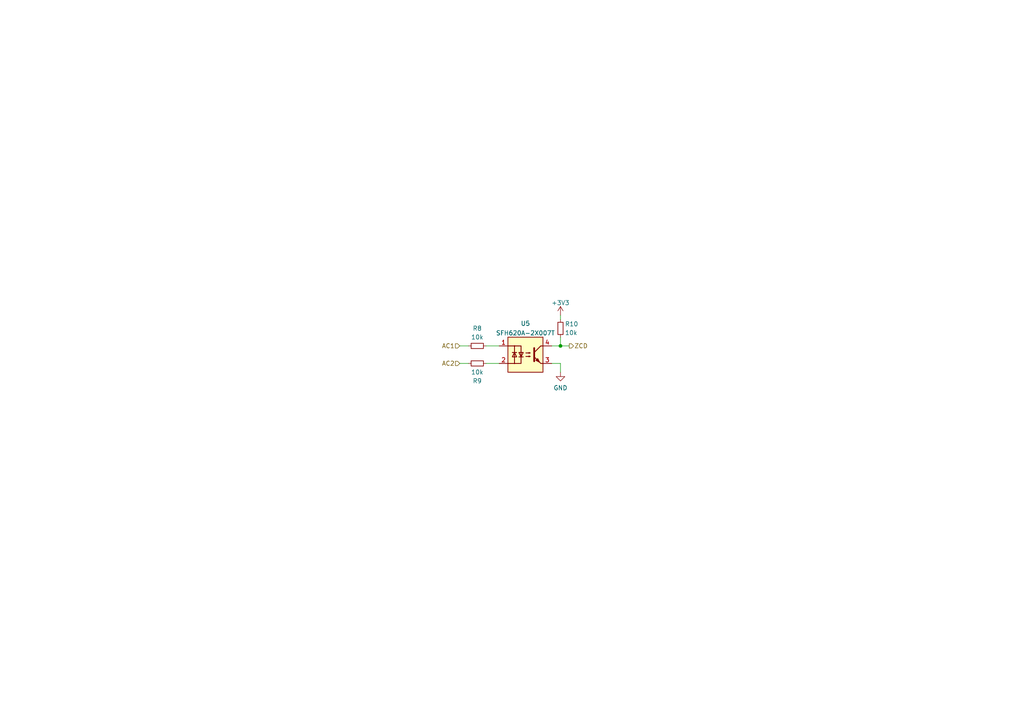
<source format=kicad_sch>
(kicad_sch (version 20211123) (generator eeschema)
  (paper "A4")
  (lib_symbols
    (symbol "Device:R_Small" (pin_numbers hide) (pin_names (offset 0.254) hide)
      (property "Reference" "R" (at 0.762 0.508 0))
      (property "Value" "R_Small" (at 0.762 -1.016 0))
      (symbol "R_Small_0_1"
        (rectangle (start -0.762 1.778) (end 0.762 -1.778) (stroke (width 0.2032)))
      )
      (symbol "R_Small_1_1"
        (pin passive line (at 0 2.54 270) (length 0.762) (name "~") (number "1"))
        (pin passive line (at 0 -2.54 90) (length 0.762) (name "~") (number "2"))
      )
    )
    (symbol "Isolator:SFH620A-2X007T" (pin_names (offset 1.016))
      (property "Reference" "U" (at -4.064 6.35 0))
      (property "Value" "SFH620A-2X007T" (at -5.334 -6.604 0))
      (symbol "SFH620A-2X007T_1_1"
        (rectangle (start -5.08 5.08) (end 5.08 -5.08) (stroke (width 0.254)) (fill (type background)))
        (circle (center -3.175 -2.54) (radius 0.127))
        (circle (center -3.175 2.54) (radius 0.127))
        (polyline (pts (xy -3.81 0.635) (xy -2.54 0.635)) (stroke (width 0.254)))
        (polyline (pts (xy -1.905 -0.635) (xy -0.635 -0.635)) (stroke (width 0.254)))
        (polyline (pts (xy 2.54 1.905) (xy 2.54 -1.905) (xy 2.54 -1.905)) (stroke (width 0.508)))
        (polyline (pts (xy 5.08 -2.54) (xy 4.445 -2.54) (xy 2.54 -0.635)) (stroke (width 0.254)))
        (polyline (pts (xy 5.08 2.54) (xy 4.445 2.54) (xy 2.54 0.635)) (stroke (width 0.254)))
        (polyline (pts (xy -5.08 2.54) (xy -3.175 2.54) (xy -3.175 -2.54) (xy -5.08 -2.54)) (stroke (width 0.254)))
        (polyline (pts (xy -3.175 -2.54) (xy -1.27 -2.54) (xy -1.27 2.54) (xy -3.175 2.54)) (stroke (width 0.254)))
        (polyline (pts (xy -3.175 0.635) (xy -3.81 -0.635) (xy -2.54 -0.635) (xy -3.175 0.635)) (stroke (width 0.254)))
        (polyline (pts (xy -1.27 -0.635) (xy -1.905 0.635) (xy -0.635 0.635) (xy -1.27 -0.635)) (stroke (width 0.254)))
        (polyline (pts (xy 0.127 -0.508) (xy 1.397 -0.508) (xy 1.016 -0.635) (xy 1.016 -0.381) (xy 1.397 -0.508)) (stroke (width 0.254)))
        (polyline (pts (xy 0.127 0.508) (xy 1.397 0.508) (xy 1.016 0.381) (xy 1.016 0.635) (xy 1.397 0.508)) (stroke (width 0.254)))
        (polyline (pts (xy 3.048 -1.651) (xy 3.556 -1.143) (xy 4.064 -2.159) (xy 3.048 -1.651) (xy 3.048 -1.651)) (stroke (width 0.254)) (fill (type outline)))
        (pin passive line (at -7.62 2.54 0) (length 2.54) (name "~") (number "1"))
        (pin passive line (at -7.62 -2.54 0) (length 2.54) (name "~") (number "2"))
        (pin passive line (at 7.62 -2.54 180) (length 2.54) (name "~") (number "3"))
        (pin passive line (at 7.62 2.54 180) (length 2.54) (name "~") (number "4"))
      )
    )
    (symbol "power:+3V3" (power) (pin_names (offset 0))
      (property "Value" "+3V3" (at 0 3.556 0))
      (symbol "+3V3_0_1"
        (polyline (pts (xy -0.762 1.27) (xy 0 2.54)))
        (polyline (pts (xy 0 0) (xy 0 2.54)))
        (polyline (pts (xy 0 2.54) (xy 0.762 1.27)))
      )
      (symbol "+3V3_1_1"
        (pin power_in line (at 0 0 90) (length 0) hide (name "+3V3") (number "1"))
      )
    )
    (symbol "power:GND" (power) (pin_names (offset 0))
      (property "Value" "GND" (at 0 -3.81 0))
      (symbol "GND_0_1"
        (polyline (pts (xy 0 0) (xy 0 -1.27) (xy 1.27 -1.27) (xy 0 -2.54) (xy -1.27 -1.27) (xy 0 -1.27)))
      )
      (symbol "GND_1_1"
        (pin power_in line (at 0 0 270) (length 0) hide (name "GND") (number "1"))
      )
    )
  )
  (junction (at 162.56 100.33))
  (wire (pts (xy 162.56 100.33) (xy 165.1 100.33)))
  (wire (pts (xy 140.97 100.33) (xy 144.78 100.33)))
  (wire (pts (xy 160.02 100.33) (xy 162.56 100.33)))
  (wire (pts (xy 162.56 97.79) (xy 162.56 100.33)))
  (wire (pts (xy 133.35 105.41) (xy 135.89 105.41)))
  (wire (pts (xy 160.02 105.41) (xy 162.56 105.41)))
  (wire (pts (xy 133.35 100.33) (xy 135.89 100.33)))
  (wire (pts (xy 162.56 91.44) (xy 162.56 92.71)))
  (wire (pts (xy 162.56 105.41) (xy 162.56 107.95)))
  (wire (pts (xy 140.97 105.41) (xy 144.78 105.41)))
  (hierarchical_label "AC1" (shape input) (at 133.35 100.33 180))
  (hierarchical_label "ZCD" (shape output) (at 165.1 100.33 0))
  (hierarchical_label "AC2" (shape input) (at 133.35 105.41 180))
  (symbol (lib_id "Device:R_Small") (at 138.43 105.41 270) (unit 1)
    (property "Reference" "R9" (at 138.43 110.49 90))
    (property "Value" "10k" (at 138.43 107.95 90))
    (property "Footprint" "Resistor_SMD:R_1206_3216Metric" (effects hide))
  )
  (symbol (lib_id "Device:R_Small") (at 162.56 95.25 0) (unit 1)
    (property "Reference" "R10" (at 163.83 93.98 0) (effects (justify left)))
    (property "Value" "10k" (at 163.83 96.52 0) (effects (justify left)))
    (property "Footprint" "Resistor_SMD:R_0603_1608Metric" (effects hide))
  )
  (symbol (lib_id "power:+3V3") (at 162.56 91.44 0) (unit 1)
    (property "Reference" "#PWR033" (effects hide))
    (property "Value" "+3V3" (at 162.56 87.8355 0))
  )
  (symbol (lib_id "power:GND") (at 162.56 107.95 0) (unit 1)
    (property "Reference" "#PWR034" (effects hide))
    (property "Value" "GND" (at 162.56 112.5125 0))
  )
  (symbol (lib_id "Device:R_Small") (at 138.43 100.33 90) (unit 1)
    (property "Reference" "R8" (at 138.43 95.25 90))
    (property "Value" "10k" (at 138.43 97.79 90))
    (property "Footprint" "Resistor_SMD:R_1206_3216Metric" (effects hide))
  )
  (symbol (lib_id "Isolator:SFH620A-2X007T") (at 152.4 102.87 0) (unit 1)
    (property "Reference" "U5" (at 152.4 93.8235 0))
    (property "Value" "SFH620A-2X007T" (at 152.4 96.5986 0))
    (property "Footprint" "Package_DIP:SMDIP-4_W9.53mm_Clearance8mm" (effects hide))
  )
)
</source>
